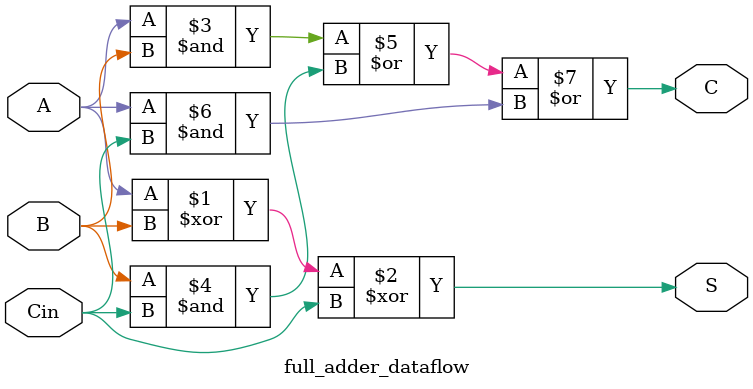
<source format=v>
module full_adder_dataflow (
    S,C,A,B,Cin
);
    
    input A,B,Cin;
    output S,C;

    assign S = A^B^Cin;
    assign C = (A&B)|(B&Cin)|(A&Cin);

endmodule
</source>
